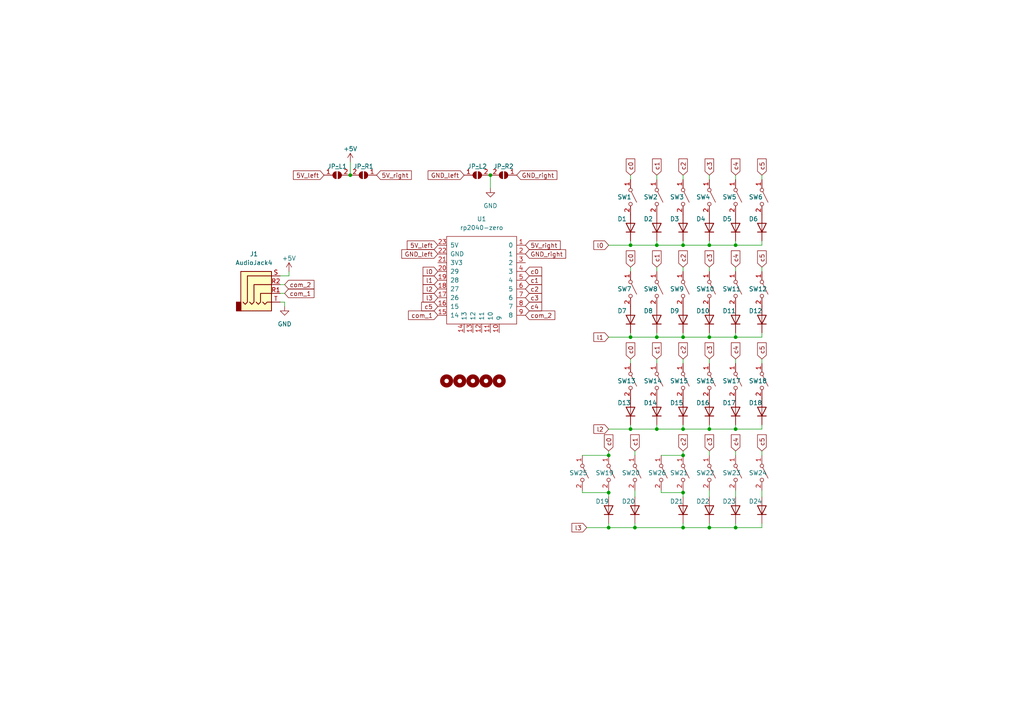
<source format=kicad_sch>
(kicad_sch (version 20230121) (generator eeschema)
  (paper "A4")
  (lib_symbols
    (symbol "Connector_Audio:AudioJack4"
      (property "Reference" "J" (at 0 8.89 0))
      (property "Value" "AudioJack4" (at 0 6.35 0))
      (symbol "AudioJack4_0_1"
        (rectangle (start -6.35 -5.08) (end -7.62 -7.62) (stroke (width 0.254)) (fill (type outline)))
        (polyline (pts (xy 0 -5.08) (xy 0.635 -5.715) (xy 1.27 -5.08) (xy 2.54 -5.08)) (stroke (width 0.254)))
        (polyline (pts (xy -5.715 -5.08) (xy -5.08 -5.715) (xy -4.445 -5.08) (xy -4.445 2.54) (xy 2.54 2.54)) (stroke (width 0.254)))
        (polyline (pts (xy -1.905 -5.08) (xy -1.27 -5.715) (xy -0.635 -5.08) (xy -0.635 -2.54) (xy 2.54 -2.54)) (stroke (width 0.254)))
        (polyline (pts (xy 2.54 0) (xy -2.54 0) (xy -2.54 -5.08) (xy -3.175 -5.715) (xy -3.81 -5.08)) (stroke (width 0.254)))
        (rectangle (start 2.54 3.81) (end -6.35 -7.62) (stroke (width 0.254)) (fill (type background)))
      )
      (symbol "AudioJack4_1_1"
        (pin passive line (at 5.08 -2.54 180) (length 2.54) (name "~") (number "R1"))
        (pin passive line (at 5.08 0 180) (length 2.54) (name "~") (number "R2"))
        (pin passive line (at 5.08 2.54 180) (length 2.54) (name "~") (number "S"))
        (pin passive line (at 5.08 -5.08 180) (length 2.54) (name "~") (number "T"))
      )
    )
    (symbol "Diode:1N4148" (pin_numbers hide) (pin_names hide)
      (property "Reference" "D" (at 0 2.54 0))
      (property "Value" "1N4148" (at 0 -2.54 0))
      (symbol "1N4148_0_1"
        (polyline (pts (xy -1.27 1.27) (xy -1.27 -1.27)) (stroke (width 0.254)))
        (polyline (pts (xy 1.27 0) (xy -1.27 0)))
        (polyline (pts (xy 1.27 1.27) (xy 1.27 -1.27) (xy -1.27 0) (xy 1.27 1.27)) (stroke (width 0.254)))
      )
      (symbol "1N4148_1_1"
        (pin passive line (at -3.81 0 0) (length 2.54) (name "K") (number "1"))
        (pin passive line (at 3.81 0 180) (length 2.54) (name "A") (number "2"))
      )
    )
    (symbol "Jumper:SolderJumper_2_Open" (pin_names (offset 0) hide)
      (property "Reference" "JP" (at 0 2.032 0))
      (property "Value" "SolderJumper_2_Open" (at 0 -2.54 0))
      (symbol "SolderJumper_2_Open_0_1"
        (arc (start -0.254 1.016) (mid -1.2656 0) (end -0.254 -1.016))
        (arc (start -0.254 1.016) (mid -1.2656 0) (end -0.254 -1.016) (fill (type outline)))
        (polyline (pts (xy -0.254 1.016) (xy -0.254 -1.016)))
        (polyline (pts (xy 0.254 1.016) (xy 0.254 -1.016)))
        (arc (start 0.254 -1.016) (mid 1.2656 0) (end 0.254 1.016))
        (arc (start 0.254 -1.016) (mid 1.2656 0) (end 0.254 1.016) (fill (type outline)))
      )
      (symbol "SolderJumper_2_Open_1_1"
        (pin passive line (at -3.81 0 0) (length 2.54) (name "A") (number "1"))
        (pin passive line (at 3.81 0 180) (length 2.54) (name "B") (number "2"))
      )
    )
    (symbol "Mechanical:MountingHole" (pin_names (offset 1.016))
      (property "Reference" "H" (at 0 5.08 0))
      (property "Value" "MountingHole" (at 0 3.175 0))
      (symbol "MountingHole_0_1"
        (circle (center 0 0) (radius 1.27) (stroke (width 1.27)))
      )
    )
    (symbol "Switch:SW_SPST" (pin_names (offset 0) hide)
      (property "Reference" "SW" (at 0 3.175 0))
      (property "Value" "SW_SPST" (at 0 -2.54 0))
      (symbol "SW_SPST_0_0"
        (circle (center -2.032 0) (radius 0.508))
        (polyline (pts (xy -1.524 0.254) (xy 1.524 1.778)))
        (circle (center 2.032 0) (radius 0.508))
      )
      (symbol "SW_SPST_1_1"
        (pin passive line (at -5.08 0 0) (length 2.54) (name "A") (number "1"))
        (pin passive line (at 5.08 0 180) (length 2.54) (name "B") (number "2"))
      )
    )
    (symbol "mcu:rp2040-zero" (pin_names (offset 1.016))
      (property "Reference" "U" (at 0 15.24 0))
      (property "Value" "rp2040-zero" (at 0 12.7 0))
      (symbol "rp2040-zero_0_1"
        (rectangle (start -10.16 11.43) (end 10.16 -13.97))
      )
      (symbol "rp2040-zero_1_1"
        (pin bidirectional line (at 12.7 8.89 180) (length 2.54) (name "0") (number "1"))
        (pin bidirectional line (at 5.08 -16.51 90) (length 2.54) (name "9") (number "10"))
        (pin bidirectional line (at 2.54 -16.51 90) (length 2.54) (name "10") (number "11"))
        (pin bidirectional line (at 0 -16.51 90) (length 2.54) (name "11") (number "12"))
        (pin bidirectional line (at -2.54 -16.51 90) (length 2.54) (name "12") (number "13"))
        (pin bidirectional line (at -5.08 -16.51 90) (length 2.54) (name "13") (number "14"))
        (pin bidirectional line (at -12.7 -11.43 0) (length 2.54) (name "14") (number "15"))
        (pin bidirectional line (at -12.7 -8.89 0) (length 2.54) (name "15") (number "16"))
        (pin bidirectional line (at -12.7 -6.35 0) (length 2.54) (name "26") (number "17"))
        (pin bidirectional line (at -12.7 -3.81 0) (length 2.54) (name "27") (number "18"))
        (pin bidirectional line (at -12.7 -1.27 0) (length 2.54) (name "28") (number "19"))
        (pin bidirectional line (at 12.7 6.35 180) (length 2.54) (name "1") (number "2"))
        (pin bidirectional line (at -12.7 1.27 0) (length 2.54) (name "29") (number "20"))
        (pin power_out line (at -12.7 3.81 0) (length 2.54) (name "3V3") (number "21"))
        (pin power_out line (at -12.7 6.35 0) (length 2.54) (name "GND") (number "22"))
        (pin power_out line (at -12.7 8.89 0) (length 2.54) (name "5V") (number "23"))
        (pin bidirectional line (at 12.7 3.81 180) (length 2.54) (name "2") (number "3"))
        (pin bidirectional line (at 12.7 1.27 180) (length 2.54) (name "3") (number "4"))
        (pin bidirectional line (at 12.7 -1.27 180) (length 2.54) (name "4") (number "5"))
        (pin bidirectional line (at 12.7 -3.81 180) (length 2.54) (name "5") (number "6"))
        (pin bidirectional line (at 12.7 -6.35 180) (length 2.54) (name "6") (number "7"))
        (pin bidirectional line (at 12.7 -8.89 180) (length 2.54) (name "7") (number "8"))
        (pin bidirectional line (at 12.7 -11.43 180) (length 2.54) (name "8") (number "9"))
      )
    )
    (symbol "power:+5V" (power) (pin_names (offset 0))
      (property "Value" "+5V" (at 0 3.556 0))
      (symbol "+5V_0_1"
        (polyline (pts (xy -0.762 1.27) (xy 0 2.54)))
        (polyline (pts (xy 0 0) (xy 0 2.54)))
        (polyline (pts (xy 0 2.54) (xy 0.762 1.27)))
      )
      (symbol "+5V_1_1"
        (pin power_in line (at 0 0 90) (length 0) hide (name "+5V") (number "1"))
      )
    )
    (symbol "power:GND" (power) (pin_names (offset 0))
      (property "Value" "GND" (at 0 -3.81 0))
      (symbol "GND_0_1"
        (polyline (pts (xy 0 0) (xy 0 -1.27) (xy 1.27 -1.27) (xy 0 -2.54) (xy -1.27 -1.27) (xy 0 -1.27)))
      )
      (symbol "GND_1_1"
        (pin power_in line (at 0 0 270) (length 0) hide (name "GND") (number "1"))
      )
    )
  )
  (junction (at 198.12 71.12))
  (junction (at 142.24 50.8))
  (junction (at 213.36 153.035))
  (junction (at 190.5 124.46))
  (junction (at 198.12 97.79))
  (junction (at 176.53 142.875))
  (junction (at 176.53 153.035))
  (junction (at 184.15 153.035))
  (junction (at 213.36 124.46))
  (junction (at 190.5 71.12))
  (junction (at 213.36 97.79))
  (junction (at 198.12 132.08))
  (junction (at 198.12 142.875))
  (junction (at 182.88 124.46))
  (junction (at 205.74 97.79))
  (junction (at 198.12 124.46))
  (junction (at 205.74 71.12))
  (junction (at 101.6 50.8))
  (junction (at 205.74 153.035))
  (junction (at 205.74 124.46))
  (junction (at 213.36 71.12))
  (junction (at 182.88 97.79))
  (junction (at 190.5 97.79))
  (junction (at 176.53 132.08))
  (junction (at 198.12 153.035))
  (junction (at 182.88 71.12))
  (wire (pts (xy 205.74 71.12) (xy 213.36 71.12)))
  (wire (pts (xy 220.98 77.47) (xy 220.98 78.74)))
  (wire (pts (xy 198.12 50.8) (xy 198.12 52.07)))
  (wire (pts (xy 176.53 153.035) (xy 184.15 153.035)))
  (wire (pts (xy 205.74 124.46) (xy 213.36 124.46)))
  (wire (pts (xy 213.36 151.765) (xy 213.36 153.035)))
  (wire (pts (xy 182.88 97.79) (xy 190.5 97.79)))
  (wire (pts (xy 198.12 69.85) (xy 198.12 71.12)))
  (wire (pts (xy 83.82 80.01) (xy 81.28 80.01)))
  (wire (pts (xy 198.12 130.81) (xy 198.12 132.08)))
  (wire (pts (xy 220.98 50.8) (xy 220.98 52.07)))
  (wire (pts (xy 182.88 69.85) (xy 182.88 71.12)))
  (wire (pts (xy 101.6 46.99) (xy 101.6 50.8)))
  (wire (pts (xy 205.74 50.8) (xy 205.74 52.07)))
  (wire (pts (xy 220.98 151.765) (xy 220.98 153.035)))
  (wire (pts (xy 190.5 97.79) (xy 198.12 97.79)))
  (wire (pts (xy 213.36 96.52) (xy 213.36 97.79)))
  (wire (pts (xy 168.91 132.08) (xy 176.53 132.08)))
  (wire (pts (xy 205.74 69.85) (xy 205.74 71.12)))
  (wire (pts (xy 205.74 153.035) (xy 213.36 153.035)))
  (wire (pts (xy 198.12 123.19) (xy 198.12 124.46)))
  (wire (pts (xy 190.5 77.47) (xy 190.5 78.74)))
  (wire (pts (xy 182.88 96.52) (xy 182.88 97.79)))
  (wire (pts (xy 176.53 124.46) (xy 182.88 124.46)))
  (wire (pts (xy 213.36 130.81) (xy 213.36 132.08)))
  (wire (pts (xy 213.36 77.47) (xy 213.36 78.74)))
  (wire (pts (xy 182.88 123.19) (xy 182.88 124.46)))
  (wire (pts (xy 205.74 151.765) (xy 205.74 153.035)))
  (wire (pts (xy 213.36 104.14) (xy 213.36 105.41)))
  (wire (pts (xy 176.53 97.79) (xy 182.88 97.79)))
  (wire (pts (xy 213.36 124.46) (xy 220.98 124.46)))
  (wire (pts (xy 191.77 132.08) (xy 198.12 132.08)))
  (wire (pts (xy 182.88 71.12) (xy 190.5 71.12)))
  (wire (pts (xy 198.12 144.145) (xy 198.12 142.875)))
  (wire (pts (xy 205.74 104.14) (xy 205.74 105.41)))
  (wire (pts (xy 190.5 69.85) (xy 190.5 71.12)))
  (wire (pts (xy 213.36 71.12) (xy 220.98 71.12)))
  (wire (pts (xy 81.28 87.63) (xy 82.55 87.63)))
  (wire (pts (xy 182.88 77.47) (xy 182.88 78.74)))
  (wire (pts (xy 184.15 144.145) (xy 184.15 142.24)))
  (wire (pts (xy 168.91 142.875) (xy 176.53 142.875)))
  (wire (pts (xy 176.53 144.145) (xy 176.53 142.875)))
  (wire (pts (xy 184.15 151.765) (xy 184.15 153.035)))
  (wire (pts (xy 198.12 71.12) (xy 205.74 71.12)))
  (wire (pts (xy 205.74 97.79) (xy 213.36 97.79)))
  (wire (pts (xy 190.5 96.52) (xy 190.5 97.79)))
  (wire (pts (xy 198.12 153.035) (xy 205.74 153.035)))
  (wire (pts (xy 213.36 153.035) (xy 220.98 153.035)))
  (wire (pts (xy 198.12 97.79) (xy 205.74 97.79)))
  (wire (pts (xy 83.82 78.74) (xy 83.82 80.01)))
  (wire (pts (xy 184.15 153.035) (xy 198.12 153.035)))
  (wire (pts (xy 198.12 104.14) (xy 198.12 105.41)))
  (wire (pts (xy 170.18 153.035) (xy 176.53 153.035)))
  (wire (pts (xy 213.36 50.8) (xy 213.36 52.07)))
  (wire (pts (xy 190.5 123.19) (xy 190.5 124.46)))
  (wire (pts (xy 176.53 130.81) (xy 176.53 132.08)))
  (wire (pts (xy 205.74 77.47) (xy 205.74 78.74)))
  (wire (pts (xy 220.98 130.81) (xy 220.98 132.08)))
  (wire (pts (xy 182.88 124.46) (xy 190.5 124.46)))
  (wire (pts (xy 220.98 96.52) (xy 220.98 97.79)))
  (wire (pts (xy 220.98 69.85) (xy 220.98 71.12)))
  (wire (pts (xy 213.36 69.85) (xy 213.36 71.12)))
  (wire (pts (xy 191.77 142.875) (xy 198.12 142.875)))
  (wire (pts (xy 142.24 50.8) (xy 142.24 54.61)))
  (wire (pts (xy 182.88 104.14) (xy 182.88 105.41)))
  (wire (pts (xy 213.36 123.19) (xy 213.36 124.46)))
  (wire (pts (xy 220.98 144.145) (xy 220.98 142.24)))
  (wire (pts (xy 198.12 151.765) (xy 198.12 153.035)))
  (wire (pts (xy 176.53 142.875) (xy 176.53 142.24)))
  (wire (pts (xy 190.5 50.8) (xy 190.5 52.07)))
  (wire (pts (xy 198.12 124.46) (xy 205.74 124.46)))
  (wire (pts (xy 220.98 104.14) (xy 220.98 105.41)))
  (wire (pts (xy 220.98 123.19) (xy 220.98 124.46)))
  (wire (pts (xy 198.12 142.875) (xy 198.12 142.24)))
  (wire (pts (xy 168.91 142.24) (xy 168.91 142.875)))
  (wire (pts (xy 191.77 142.24) (xy 191.77 142.875)))
  (wire (pts (xy 205.74 96.52) (xy 205.74 97.79)))
  (wire (pts (xy 82.55 87.63) (xy 82.55 88.9)))
  (wire (pts (xy 190.5 71.12) (xy 198.12 71.12)))
  (wire (pts (xy 213.36 97.79) (xy 220.98 97.79)))
  (wire (pts (xy 182.88 50.8) (xy 182.88 52.07)))
  (wire (pts (xy 205.74 130.81) (xy 205.74 132.08)))
  (wire (pts (xy 190.5 104.14) (xy 190.5 105.41)))
  (wire (pts (xy 81.28 82.55) (xy 82.55 82.55)))
  (wire (pts (xy 213.36 144.145) (xy 213.36 142.24)))
  (wire (pts (xy 81.28 85.09) (xy 82.55 85.09)))
  (wire (pts (xy 198.12 96.52) (xy 198.12 97.79)))
  (wire (pts (xy 184.15 130.81) (xy 184.15 132.08)))
  (wire (pts (xy 176.53 71.12) (xy 182.88 71.12)))
  (wire (pts (xy 190.5 124.46) (xy 198.12 124.46)))
  (wire (pts (xy 205.74 144.145) (xy 205.74 142.24)))
  (wire (pts (xy 198.12 77.47) (xy 198.12 78.74)))
  (wire (pts (xy 205.74 123.19) (xy 205.74 124.46)))
  (wire (pts (xy 176.53 151.765) (xy 176.53 153.035)))
  (global_label "c4" (shape input) (at 213.36 50.8 90) (property "Intersheetrefs" "${INTERSHEET_REFS}" (effects hide)))
  (global_label "l2" (shape input) (at 176.53 124.46 180) (property "Intersheetrefs" "${INTERSHEET_REFS}" (effects hide)))
  (global_label "c5" (shape input) (at 220.98 50.8 90) (property "Intersheetrefs" "${INTERSHEET_REFS}" (effects hide)))
  (global_label "c0" (shape input) (at 176.53 130.81 90) (property "Intersheetrefs" "${INTERSHEET_REFS}" (effects hide)))
  (global_label "c4" (shape input) (at 213.36 104.14 90) (property "Intersheetrefs" "${INTERSHEET_REFS}" (effects hide)))
  (global_label "c0" (shape input) (at 182.88 50.8 90) (property "Intersheetrefs" "${INTERSHEET_REFS}" (effects hide)))
  (global_label "com_1" (shape input) (at 82.55 85.09 0) (property "Intersheetrefs" "${INTERSHEET_REFS}" (effects hide)))
  (global_label "c3" (shape input) (at 205.74 77.47 90) (property "Intersheetrefs" "${INTERSHEET_REFS}" (effects hide)))
  (global_label "com_2" (shape input) (at 152.4 91.44 0) (property "Intersheetrefs" "${INTERSHEET_REFS}" (effects hide)))
  (global_label "c2" (shape input) (at 198.12 130.81 90) (property "Intersheetrefs" "${INTERSHEET_REFS}" (effects hide)))
  (global_label "l1" (shape input) (at 176.53 97.79 180) (property "Intersheetrefs" "${INTERSHEET_REFS}" (effects hide)))
  (global_label "GND_right" (shape input) (at 149.86 50.8 0) (property "Intersheetrefs" "${INTERSHEET_REFS}" (effects hide)))
  (global_label "l1" (shape input) (at 127 81.28 180) (property "Intersheetrefs" "${INTERSHEET_REFS}" (effects hide)))
  (global_label "5V_left" (shape input) (at 127 71.12 180) (property "Intersheetrefs" "${INTERSHEET_REFS}" (effects hide)))
  (global_label "c1" (shape input) (at 184.15 130.81 90) (property "Intersheetrefs" "${INTERSHEET_REFS}" (effects hide)))
  (global_label "c2" (shape input) (at 198.12 50.8 90) (property "Intersheetrefs" "${INTERSHEET_REFS}" (effects hide)))
  (global_label "c5" (shape input) (at 220.98 104.14 90) (property "Intersheetrefs" "${INTERSHEET_REFS}" (effects hide)))
  (global_label "5V_right" (shape input) (at 109.22 50.8 0) (property "Intersheetrefs" "${INTERSHEET_REFS}" (effects hide)))
  (global_label "l0" (shape input) (at 127 78.74 180) (property "Intersheetrefs" "${INTERSHEET_REFS}" (effects hide)))
  (global_label "GND_left" (shape input) (at 127 73.66 180) (property "Intersheetrefs" "${INTERSHEET_REFS}" (effects hide)))
  (global_label "c5" (shape input) (at 127 88.9 180) (property "Intersheetrefs" "${INTERSHEET_REFS}" (effects hide)))
  (global_label "c2" (shape input) (at 198.12 104.14 90) (property "Intersheetrefs" "${INTERSHEET_REFS}" (effects hide)))
  (global_label "c4" (shape input) (at 213.36 130.81 90) (property "Intersheetrefs" "${INTERSHEET_REFS}" (effects hide)))
  (global_label "c2" (shape input) (at 198.12 77.47 90) (property "Intersheetrefs" "${INTERSHEET_REFS}" (effects hide)))
  (global_label "c0" (shape input) (at 182.88 104.14 90) (property "Intersheetrefs" "${INTERSHEET_REFS}" (effects hide)))
  (global_label "GND_right" (shape input) (at 152.4 73.66 0) (property "Intersheetrefs" "${INTERSHEET_REFS}" (effects hide)))
  (global_label "c1" (shape input) (at 190.5 104.14 90) (property "Intersheetrefs" "${INTERSHEET_REFS}" (effects hide)))
  (global_label "l3" (shape input) (at 127 86.36 180) (property "Intersheetrefs" "${INTERSHEET_REFS}" (effects hide)))
  (global_label "l3" (shape input) (at 170.18 153.035 180) (property "Intersheetrefs" "${INTERSHEET_REFS}" (effects hide)))
  (global_label "c4" (shape input) (at 213.36 77.47 90) (property "Intersheetrefs" "${INTERSHEET_REFS}" (effects hide)))
  (global_label "5V_right" (shape input) (at 152.4 71.12 0) (property "Intersheetrefs" "${INTERSHEET_REFS}" (effects hide)))
  (global_label "com_2" (shape input) (at 82.55 82.55 0) (property "Intersheetrefs" "${INTERSHEET_REFS}" (effects hide)))
  (global_label "l2" (shape input) (at 127 83.82 180) (property "Intersheetrefs" "${INTERSHEET_REFS}" (effects hide)))
  (global_label "c0" (shape input) (at 152.4 78.74 0) (property "Intersheetrefs" "${INTERSHEET_REFS}" (effects hide)))
  (global_label "c2" (shape input) (at 152.4 83.82 0) (property "Intersheetrefs" "${INTERSHEET_REFS}" (effects hide)))
  (global_label "c3" (shape input) (at 205.74 104.14 90) (property "Intersheetrefs" "${INTERSHEET_REFS}" (effects hide)))
  (global_label "c1" (shape input) (at 190.5 77.47 90) (property "Intersheetrefs" "${INTERSHEET_REFS}" (effects hide)))
  (global_label "c1" (shape input) (at 190.5 50.8 90) (property "Intersheetrefs" "${INTERSHEET_REFS}" (effects hide)))
  (global_label "l0" (shape input) (at 176.53 71.12 180) (property "Intersheetrefs" "${INTERSHEET_REFS}" (effects hide)))
  (global_label "5V_left" (shape input) (at 93.98 50.8 180) (property "Intersheetrefs" "${INTERSHEET_REFS}" (effects hide)))
  (global_label "c1" (shape input) (at 152.4 81.28 0) (property "Intersheetrefs" "${INTERSHEET_REFS}" (effects hide)))
  (global_label "com_1" (shape input) (at 127 91.44 180) (property "Intersheetrefs" "${INTERSHEET_REFS}" (effects hide)))
  (global_label "c3" (shape input) (at 205.74 130.81 90) (property "Intersheetrefs" "${INTERSHEET_REFS}" (effects hide)))
  (global_label "c3" (shape input) (at 152.4 86.36 0) (property "Intersheetrefs" "${INTERSHEET_REFS}" (effects hide)))
  (global_label "c5" (shape input) (at 220.98 130.81 90) (property "Intersheetrefs" "${INTERSHEET_REFS}" (effects hide)))
  (global_label "c5" (shape input) (at 220.98 77.47 90) (property "Intersheetrefs" "${INTERSHEET_REFS}" (effects hide)))
  (global_label "c0" (shape input) (at 182.88 77.47 90) (property "Intersheetrefs" "${INTERSHEET_REFS}" (effects hide)))
  (global_label "c3" (shape input) (at 205.74 50.8 90) (property "Intersheetrefs" "${INTERSHEET_REFS}" (effects hide)))
  (global_label "GND_left" (shape input) (at 134.62 50.8 180) (property "Intersheetrefs" "${INTERSHEET_REFS}" (effects hide)))
  (global_label "c4" (shape input) (at 152.4 88.9 0) (property "Intersheetrefs" "${INTERSHEET_REFS}" (effects hide)))
  (symbol (lib_id "power:+5V") (at 101.6 46.99 0) (unit 1)
    (property "Reference" "#PWR01" (effects hide))
    (property "Value" "+5V" (at 101.6 43.18 0))
  )
  (symbol (lib_id "Switch:SW_SPST") (at 220.98 57.15 270) (unit 1)
    (property "Reference" "SW6" (at 217.17 57.15 90) (effects (justify left)))
    (property "Value" "SW_SPST" (effects hide))
    (property "Footprint" "lib:SW_MX_reversible" (effects hide))
  )
  (symbol (lib_id "Diode:1N4148") (at 205.74 119.38 90) (unit 1)
    (property "Reference" "D16" (at 201.93 116.84 90) (effects (justify right)))
    (property "Value" "1N4148" (effects hide))
    (property "Footprint" "Diode_THT:D_DO-35_SOD27_P7.62mm_Horizontal" (effects hide))
    (property "Datasheet" "https://assets.nexperia.com/documents/data-sheet/1N4148_1N4448.pdf" (effects hide))
    (property "Sim.Device" "D" (effects hide))
    (property "Sim.Pins" "1=K 2=A" (effects hide))
  )
  (symbol (lib_id "Jumper:SolderJumper_2_Open") (at 138.43 50.8 0) (unit 1)
    (property "Reference" "JP_L2" (at 138.43 48.26 0))
    (property "Value" "~" (at 138.43 48.26 0))
    (property "Footprint" "lib:SolderJumper-2_P1.3mm_Open_RoundedPad1.0x1.5mm" (effects hide))
  )
  (symbol (lib_id "Jumper:SolderJumper_2_Open") (at 146.05 50.8 0) (mirror y) (unit 1)
    (property "Reference" "JP_R2" (at 146.05 48.26 0))
    (property "Value" "~" (at 146.05 48.26 0))
    (property "Footprint" "lib:SolderJumper-2_P1.3mm_Open_RoundedPad1.0x1.5mm" (effects hide))
  )
  (symbol (lib_id "Diode:1N4148") (at 182.88 119.38 90) (unit 1)
    (property "Reference" "D13" (at 179.07 116.84 90) (effects (justify right)))
    (property "Value" "1N4148" (effects hide))
    (property "Footprint" "Diode_THT:D_DO-35_SOD27_P7.62mm_Horizontal" (effects hide))
    (property "Datasheet" "https://assets.nexperia.com/documents/data-sheet/1N4148_1N4448.pdf" (effects hide))
    (property "Sim.Device" "D" (effects hide))
    (property "Sim.Pins" "1=K 2=A" (effects hide))
  )
  (symbol (lib_id "Switch:SW_SPST") (at 205.74 137.16 270) (unit 1)
    (property "Reference" "SW22" (at 201.93 137.16 90) (effects (justify left)))
    (property "Value" "SW_SPST" (effects hide))
    (property "Footprint" "lib:SW_MX_reversible" (effects hide))
  )
  (symbol (lib_id "Switch:SW_SPST") (at 198.12 137.16 270) (unit 1)
    (property "Reference" "SW21" (at 194.31 137.16 90) (effects (justify left)))
    (property "Value" "SW_SPST" (effects hide))
    (property "Footprint" "lib:SW_MX_reversible_2" (effects hide))
  )
  (symbol (lib_id "power:GND") (at 142.24 54.61 0) (unit 1)
    (property "Reference" "#PWR02" (effects hide))
    (property "Value" "GND" (at 142.24 59.69 0))
  )
  (symbol (lib_id "Switch:SW_SPST") (at 213.36 110.49 270) (unit 1)
    (property "Reference" "SW17" (at 209.55 110.49 90) (effects (justify left)))
    (property "Value" "SW_SPST" (effects hide))
    (property "Footprint" "lib:SW_MX_reversible" (effects hide))
  )
  (symbol (lib_id "Switch:SW_SPST") (at 182.88 110.49 270) (unit 1)
    (property "Reference" "SW13" (at 179.07 110.49 90) (effects (justify left)))
    (property "Value" "SW_SPST" (effects hide))
    (property "Footprint" "lib:SW_MX_reversible" (effects hide))
  )
  (symbol (lib_id "Switch:SW_SPST") (at 184.15 137.16 270) (unit 1)
    (property "Reference" "SW20" (at 180.34 137.16 90) (effects (justify left)))
    (property "Value" "SW_SPST" (effects hide))
    (property "Footprint" "lib:SW_MX_reversible" (effects hide))
  )
  (symbol (lib_id "Switch:SW_SPST") (at 220.98 110.49 270) (unit 1)
    (property "Reference" "SW18" (at 217.17 110.49 90) (effects (justify left)))
    (property "Value" "SW_SPST" (effects hide))
    (property "Footprint" "lib:SW_MX_reversible" (effects hide))
  )
  (symbol (lib_id "Mechanical:MountingHole") (at 140.97 110.49 0) (unit 1)
    (property "Reference" "H4" (effects hide))
    (property "Value" "MountingHole" (effects hide))
    (property "Footprint" "MountingHole:MountingHole_2.2mm_M2" (effects hide))
  )
  (symbol (lib_id "Diode:1N4148") (at 182.88 66.04 90) (unit 1)
    (property "Reference" "D1" (at 179.07 63.5 90) (effects (justify right)))
    (property "Value" "1N4148" (effects hide))
    (property "Footprint" "Diode_THT:D_DO-35_SOD27_P7.62mm_Horizontal" (effects hide))
    (property "Datasheet" "https://assets.nexperia.com/documents/data-sheet/1N4148_1N4448.pdf" (effects hide))
    (property "Sim.Device" "D" (effects hide))
    (property "Sim.Pins" "1=K 2=A" (effects hide))
  )
  (symbol (lib_id "Switch:SW_SPST") (at 205.74 110.49 270) (unit 1)
    (property "Reference" "SW16" (at 201.93 110.49 90) (effects (justify left)))
    (property "Value" "SW_SPST" (effects hide))
    (property "Footprint" "lib:SW_MX_reversible" (effects hide))
  )
  (symbol (lib_id "Connector_Audio:AudioJack4") (at 76.2 82.55 0) (unit 1)
    (property "Reference" "J1" (at 73.66 73.66 0))
    (property "Value" "AudioJack4" (at 73.66 76.2 0))
    (property "Footprint" "lib:TRRS-PJ-320A_reversible_2" (effects hide))
  )
  (symbol (lib_id "Switch:SW_SPST") (at 182.88 83.82 270) (unit 1)
    (property "Reference" "SW7" (at 179.07 83.82 90) (effects (justify left)))
    (property "Value" "SW_SPST" (effects hide))
    (property "Footprint" "lib:SW_MX_reversible" (effects hide))
  )
  (symbol (lib_id "Diode:1N4148") (at 198.12 66.04 90) (unit 1)
    (property "Reference" "D3" (at 194.31 63.5 90) (effects (justify right)))
    (property "Value" "1N4148" (effects hide))
    (property "Footprint" "Diode_THT:D_DO-35_SOD27_P7.62mm_Horizontal" (effects hide))
    (property "Datasheet" "https://assets.nexperia.com/documents/data-sheet/1N4148_1N4448.pdf" (effects hide))
    (property "Sim.Device" "D" (effects hide))
    (property "Sim.Pins" "1=K 2=A" (effects hide))
  )
  (symbol (lib_id "Diode:1N4148") (at 220.98 119.38 90) (unit 1)
    (property "Reference" "D18" (at 217.17 116.84 90) (effects (justify right)))
    (property "Value" "1N4148" (effects hide))
    (property "Footprint" "Diode_THT:D_DO-35_SOD27_P7.62mm_Horizontal" (effects hide))
    (property "Datasheet" "https://assets.nexperia.com/documents/data-sheet/1N4148_1N4448.pdf" (effects hide))
    (property "Sim.Device" "D" (effects hide))
    (property "Sim.Pins" "1=K 2=A" (effects hide))
  )
  (symbol (lib_id "Switch:SW_SPST") (at 198.12 57.15 270) (unit 1)
    (property "Reference" "SW3" (at 194.31 57.15 90) (effects (justify left)))
    (property "Value" "SW_SPST" (effects hide))
    (property "Footprint" "lib:SW_MX_reversible" (effects hide))
  )
  (symbol (lib_id "Diode:1N4148") (at 182.88 92.71 90) (unit 1)
    (property "Reference" "D7" (at 179.07 90.17 90) (effects (justify right)))
    (property "Value" "1N4148" (effects hide))
    (property "Footprint" "Diode_THT:D_DO-35_SOD27_P7.62mm_Horizontal" (effects hide))
    (property "Datasheet" "https://assets.nexperia.com/documents/data-sheet/1N4148_1N4448.pdf" (effects hide))
    (property "Sim.Device" "D" (effects hide))
    (property "Sim.Pins" "1=K 2=A" (effects hide))
  )
  (symbol (lib_id "Mechanical:MountingHole") (at 144.78 110.49 0) (unit 1)
    (property "Reference" "H5" (effects hide))
    (property "Value" "MountingHole" (effects hide))
    (property "Footprint" "MountingHole:MountingHole_2.2mm_M2" (effects hide))
  )
  (symbol (lib_id "Diode:1N4148") (at 190.5 66.04 90) (unit 1)
    (property "Reference" "D2" (at 186.69 63.5 90) (effects (justify right)))
    (property "Value" "1N4148" (effects hide))
    (property "Footprint" "Diode_THT:D_DO-35_SOD27_P7.62mm_Horizontal" (effects hide))
    (property "Datasheet" "https://assets.nexperia.com/documents/data-sheet/1N4148_1N4448.pdf" (effects hide))
    (property "Sim.Device" "D" (effects hide))
    (property "Sim.Pins" "1=K 2=A" (effects hide))
  )
  (symbol (lib_id "Switch:SW_SPST") (at 190.5 110.49 270) (unit 1)
    (property "Reference" "SW14" (at 186.69 110.49 90) (effects (justify left)))
    (property "Value" "SW_SPST" (effects hide))
    (property "Footprint" "lib:SW_MX_reversible" (effects hide))
  )
  (symbol (lib_id "Diode:1N4148") (at 213.36 147.955 90) (unit 1)
    (property "Reference" "D23" (at 209.55 145.415 90) (effects (justify right)))
    (property "Value" "1N4148" (effects hide))
    (property "Footprint" "Diode_THT:D_DO-35_SOD27_P7.62mm_Horizontal" (effects hide))
    (property "Datasheet" "https://assets.nexperia.com/documents/data-sheet/1N4148_1N4448.pdf" (effects hide))
    (property "Sim.Device" "D" (effects hide))
    (property "Sim.Pins" "1=K 2=A" (effects hide))
  )
  (symbol (lib_id "Diode:1N4148") (at 198.12 119.38 90) (unit 1)
    (property "Reference" "D15" (at 194.31 116.84 90) (effects (justify right)))
    (property "Value" "1N4148" (effects hide))
    (property "Footprint" "Diode_THT:D_DO-35_SOD27_P7.62mm_Horizontal" (effects hide))
    (property "Datasheet" "https://assets.nexperia.com/documents/data-sheet/1N4148_1N4448.pdf" (effects hide))
    (property "Sim.Device" "D" (effects hide))
    (property "Sim.Pins" "1=K 2=A" (effects hide))
  )
  (symbol (lib_id "Diode:1N4148") (at 198.12 92.71 90) (unit 1)
    (property "Reference" "D9" (at 194.31 90.17 90) (effects (justify right)))
    (property "Value" "1N4148" (effects hide))
    (property "Footprint" "Diode_THT:D_DO-35_SOD27_P7.62mm_Horizontal" (effects hide))
    (property "Datasheet" "https://assets.nexperia.com/documents/data-sheet/1N4148_1N4448.pdf" (effects hide))
    (property "Sim.Device" "D" (effects hide))
    (property "Sim.Pins" "1=K 2=A" (effects hide))
  )
  (symbol (lib_id "Jumper:SolderJumper_2_Open") (at 105.41 50.8 0) (mirror y) (unit 1)
    (property "Reference" "JP_R1" (at 105.41 48.26 0))
    (property "Value" "~" (at 105.41 48.26 0))
    (property "Footprint" "lib:SolderJumper-2_P1.3mm_Open_RoundedPad1.0x1.5mm" (effects hide))
  )
  (symbol (lib_id "Switch:SW_SPST") (at 190.5 57.15 270) (unit 1)
    (property "Reference" "SW2" (at 186.69 57.15 90) (effects (justify left)))
    (property "Value" "SW_SPST" (effects hide))
    (property "Footprint" "lib:SW_MX_reversible" (effects hide))
  )
  (symbol (lib_id "Diode:1N4148") (at 205.74 66.04 90) (unit 1)
    (property "Reference" "D4" (at 201.93 63.5 90) (effects (justify right)))
    (property "Value" "1N4148" (effects hide))
    (property "Footprint" "Diode_THT:D_DO-35_SOD27_P7.62mm_Horizontal" (effects hide))
    (property "Datasheet" "https://assets.nexperia.com/documents/data-sheet/1N4148_1N4448.pdf" (effects hide))
    (property "Sim.Device" "D" (effects hide))
    (property "Sim.Pins" "1=K 2=A" (effects hide))
  )
  (symbol (lib_id "mcu:rp2040-zero") (at 139.7 80.01 0) (unit 1)
    (property "Reference" "U1" (at 139.7 63.5 0))
    (property "Value" "rp2040-zero" (at 139.7 66.04 0))
    (property "Footprint" "_mcu:rp2040-zero-tht" (effects hide))
  )
  (symbol (lib_id "Diode:1N4148") (at 205.74 92.71 90) (unit 1)
    (property "Reference" "D10" (at 201.93 90.17 90) (effects (justify right)))
    (property "Value" "1N4148" (effects hide))
    (property "Footprint" "Diode_THT:D_DO-35_SOD27_P7.62mm_Horizontal" (effects hide))
    (property "Datasheet" "https://assets.nexperia.com/documents/data-sheet/1N4148_1N4448.pdf" (effects hide))
    (property "Sim.Device" "D" (effects hide))
    (property "Sim.Pins" "1=K 2=A" (effects hide))
  )
  (symbol (lib_id "Diode:1N4148") (at 205.74 147.955 90) (unit 1)
    (property "Reference" "D22" (at 201.93 145.415 90) (effects (justify right)))
    (property "Value" "1N4148" (effects hide))
    (property "Footprint" "Diode_THT:D_DO-35_SOD27_P7.62mm_Horizontal" (effects hide))
    (property "Datasheet" "https://assets.nexperia.com/documents/data-sheet/1N4148_1N4448.pdf" (effects hide))
    (property "Sim.Device" "D" (effects hide))
    (property "Sim.Pins" "1=K 2=A" (effects hide))
  )
  (symbol (lib_id "Mechanical:MountingHole") (at 137.16 110.49 0) (unit 1)
    (property "Reference" "H3" (effects hide))
    (property "Value" "MountingHole" (effects hide))
    (property "Footprint" "MountingHole:MountingHole_2.2mm_M2" (effects hide))
  )
  (symbol (lib_id "Mechanical:MountingHole") (at 133.35 110.49 0) (unit 1)
    (property "Reference" "H2" (effects hide))
    (property "Value" "MountingHole" (effects hide))
    (property "Footprint" "MountingHole:MountingHole_2.2mm_M2" (effects hide))
  )
  (symbol (lib_id "Switch:SW_SPST") (at 220.98 83.82 270) (unit 1)
    (property "Reference" "SW12" (at 217.17 83.82 90) (effects (justify left)))
    (property "Value" "SW_SPST" (effects hide))
    (property "Footprint" "lib:SW_MX_reversible" (effects hide))
  )
  (symbol (lib_id "Switch:SW_SPST") (at 168.91 137.16 270) (unit 1)
    (property "Reference" "SW25" (at 165.1 137.16 90) (effects (justify left)))
    (property "Value" "SW_SPST" (effects hide))
    (property "Footprint" "lib:SW_MX_reversible_2" (effects hide))
  )
  (symbol (lib_id "Diode:1N4148") (at 220.98 92.71 90) (unit 1)
    (property "Reference" "D12" (at 217.17 90.17 90) (effects (justify right)))
    (property "Value" "1N4148" (effects hide))
    (property "Footprint" "Diode_THT:D_DO-35_SOD27_P7.62mm_Horizontal" (effects hide))
    (property "Datasheet" "https://assets.nexperia.com/documents/data-sheet/1N4148_1N4448.pdf" (effects hide))
    (property "Sim.Device" "D" (effects hide))
    (property "Sim.Pins" "1=K 2=A" (effects hide))
  )
  (symbol (lib_id "Switch:SW_SPST") (at 213.36 137.16 270) (unit 1)
    (property "Reference" "SW23" (at 209.55 137.16 90) (effects (justify left)))
    (property "Value" "SW_SPST" (effects hide))
    (property "Footprint" "lib:SW_MX_reversible" (effects hide))
  )
  (symbol (lib_id "Mechanical:MountingHole") (at 129.54 110.49 0) (unit 1)
    (property "Reference" "H1" (effects hide))
    (property "Value" "MountingHole" (effects hide))
    (property "Footprint" "MountingHole:MountingHole_2.2mm_M2" (effects hide))
  )
  (symbol (lib_id "Switch:SW_SPST") (at 205.74 83.82 270) (unit 1)
    (property "Reference" "SW10" (at 201.93 83.82 90) (effects (justify left)))
    (property "Value" "SW_SPST" (effects hide))
    (property "Footprint" "lib:SW_MX_reversible" (effects hide))
  )
  (symbol (lib_id "Diode:1N4148") (at 190.5 92.71 90) (unit 1)
    (property "Reference" "D8" (at 186.69 90.17 90) (effects (justify right)))
    (property "Value" "1N4148" (effects hide))
    (property "Footprint" "Diode_THT:D_DO-35_SOD27_P7.62mm_Horizontal" (effects hide))
    (property "Datasheet" "https://assets.nexperia.com/documents/data-sheet/1N4148_1N4448.pdf" (effects hide))
    (property "Sim.Device" "D" (effects hide))
    (property "Sim.Pins" "1=K 2=A" (effects hide))
  )
  (symbol (lib_id "Diode:1N4148") (at 184.15 147.955 90) (unit 1)
    (property "Reference" "D20" (at 180.34 145.415 90) (effects (justify right)))
    (property "Value" "1N4148" (effects hide))
    (property "Footprint" "Diode_THT:D_DO-35_SOD27_P7.62mm_Horizontal" (effects hide))
    (property "Datasheet" "https://assets.nexperia.com/documents/data-sheet/1N4148_1N4448.pdf" (effects hide))
    (property "Sim.Device" "D" (effects hide))
    (property "Sim.Pins" "1=K 2=A" (effects hide))
  )
  (symbol (lib_id "Switch:SW_SPST") (at 190.5 83.82 270) (unit 1)
    (property "Reference" "SW8" (at 186.69 83.82 90) (effects (justify left)))
    (property "Value" "SW_SPST" (effects hide))
    (property "Footprint" "lib:SW_MX_reversible" (effects hide))
  )
  (symbol (lib_id "Diode:1N4148") (at 190.5 119.38 90) (unit 1)
    (property "Reference" "D14" (at 186.69 116.84 90) (effects (justify right)))
    (property "Value" "1N4148" (effects hide))
    (property "Footprint" "Diode_THT:D_DO-35_SOD27_P7.62mm_Horizontal" (effects hide))
    (property "Datasheet" "https://assets.nexperia.com/documents/data-sheet/1N4148_1N4448.pdf" (effects hide))
    (property "Sim.Device" "D" (effects hide))
    (property "Sim.Pins" "1=K 2=A" (effects hide))
  )
  (symbol (lib_id "Switch:SW_SPST") (at 198.12 83.82 270) (unit 1)
    (property "Reference" "SW9" (at 194.31 83.82 90) (effects (justify left)))
    (property "Value" "SW_SPST" (effects hide))
    (property "Footprint" "lib:SW_MX_reversible" (effects hide))
  )
  (symbol (lib_id "Switch:SW_SPST") (at 213.36 83.82 270) (unit 1)
    (property "Reference" "SW11" (at 209.55 83.82 90) (effects (justify left)))
    (property "Value" "SW_SPST" (effects hide))
    (property "Footprint" "lib:SW_MX_reversible" (effects hide))
  )
  (symbol (lib_id "Switch:SW_SPST") (at 176.53 137.16 270) (unit 1)
    (property "Reference" "SW19" (at 172.72 137.16 90) (effects (justify left)))
    (property "Value" "SW_SPST" (effects hide))
    (property "Footprint" "lib:SW_MX_reversible_2" (effects hide))
  )
  (symbol (lib_id "Switch:SW_SPST") (at 191.77 137.16 270) (unit 1)
    (property "Reference" "SW26" (at 187.96 137.16 90) (effects (justify left)))
    (property "Value" "SW_SPST" (effects hide))
    (property "Footprint" "lib:SW_MX_reversible_2" (effects hide))
  )
  (symbol (lib_id "Switch:SW_SPST") (at 182.88 57.15 270) (unit 1)
    (property "Reference" "SW1" (at 179.07 57.15 90) (effects (justify left)))
    (property "Value" "SW_SPST" (effects hide))
    (property "Footprint" "lib:SW_MX_reversible" (effects hide))
  )
  (symbol (lib_id "Diode:1N4148") (at 176.53 147.955 90) (unit 1)
    (property "Reference" "D19" (at 172.72 145.415 90) (effects (justify right)))
    (property "Value" "1N4148" (effects hide))
    (property "Footprint" "Diode_THT:D_DO-35_SOD27_P7.62mm_Horizontal" (effects hide))
    (property "Datasheet" "https://assets.nexperia.com/documents/data-sheet/1N4148_1N4448.pdf" (effects hide))
    (property "Sim.Device" "D" (effects hide))
    (property "Sim.Pins" "1=K 2=A" (effects hide))
  )
  (symbol (lib_id "power:GND") (at 82.55 88.9 0) (unit 1)
    (property "Reference" "#PWR04" (effects hide))
    (property "Value" "GND" (at 82.55 93.98 0))
  )
  (symbol (lib_id "Switch:SW_SPST") (at 198.12 110.49 270) (unit 1)
    (property "Reference" "SW15" (at 194.31 110.49 90) (effects (justify left)))
    (property "Value" "SW_SPST" (effects hide))
    (property "Footprint" "lib:SW_MX_reversible" (effects hide))
  )
  (symbol (lib_id "power:+5V") (at 83.82 78.74 0) (unit 1)
    (property "Reference" "#PWR03" (effects hide))
    (property "Value" "+5V" (at 83.82 74.93 0))
  )
  (symbol (lib_id "Diode:1N4148") (at 220.98 147.955 90) (unit 1)
    (property "Reference" "D24" (at 217.17 145.415 90) (effects (justify right)))
    (property "Value" "1N4148" (effects hide))
    (property "Footprint" "Diode_THT:D_DO-35_SOD27_P7.62mm_Horizontal" (effects hide))
    (property "Datasheet" "https://assets.nexperia.com/documents/data-sheet/1N4148_1N4448.pdf" (effects hide))
    (property "Sim.Device" "D" (effects hide))
    (property "Sim.Pins" "1=K 2=A" (effects hide))
  )
  (symbol (lib_id "Switch:SW_SPST") (at 213.36 57.15 270) (unit 1)
    (property "Reference" "SW5" (at 209.55 57.15 90) (effects (justify left)))
    (property "Value" "SW_SPST" (effects hide))
    (property "Footprint" "lib:SW_MX_reversible" (effects hide))
  )
  (symbol (lib_id "Diode:1N4148") (at 220.98 66.04 90) (unit 1)
    (property "Reference" "D6" (at 217.17 63.5 90) (effects (justify right)))
    (property "Value" "1N4148" (effects hide))
    (property "Footprint" "Diode_THT:D_DO-35_SOD27_P7.62mm_Horizontal" (effects hide))
    (property "Datasheet" "https://assets.nexperia.com/documents/data-sheet/1N4148_1N4448.pdf" (effects hide))
    (property "Sim.Device" "D" (effects hide))
    (property "Sim.Pins" "1=K 2=A" (effects hide))
  )
  (symbol (lib_id "Diode:1N4148") (at 213.36 92.71 90) (unit 1)
    (property "Reference" "D11" (at 209.55 90.17 90) (effects (justify right)))
    (property "Value" "1N4148" (effects hide))
    (property "Footprint" "Diode_THT:D_DO-35_SOD27_P7.62mm_Horizontal" (effects hide))
    (property "Datasheet" "https://assets.nexperia.com/documents/data-sheet/1N4148_1N4448.pdf" (effects hide))
    (property "Sim.Device" "D" (effects hide))
    (property "Sim.Pins" "1=K 2=A" (effects hide))
  )
  (symbol (lib_id "Diode:1N4148") (at 213.36 66.04 90) (unit 1)
    (property "Reference" "D5" (at 209.55 63.5 90) (effects (justify right)))
    (property "Value" "1N4148" (effects hide))
    (property "Footprint" "Diode_THT:D_DO-35_SOD27_P7.62mm_Horizontal" (effects hide))
    (property "Datasheet" "https://assets.nexperia.com/documents/data-sheet/1N4148_1N4448.pdf" (effects hide))
    (property "Sim.Device" "D" (effects hide))
    (property "Sim.Pins" "1=K 2=A" (effects hide))
  )
  (symbol (lib_id "Diode:1N4148") (at 198.12 147.955 90) (unit 1)
    (property "Reference" "D21" (at 194.31 145.415 90) (effects (justify right)))
    (property "Value" "1N4148" (effects hide))
    (property "Footprint" "Diode_THT:D_DO-35_SOD27_P7.62mm_Horizontal" (effects hide))
    (property "Datasheet" "https://assets.nexperia.com/documents/data-sheet/1N4148_1N4448.pdf" (effects hide))
    (property "Sim.Device" "D" (effects hide))
    (property "Sim.Pins" "1=K 2=A" (effects hide))
  )
  (symbol (lib_id "Diode:1N4148") (at 213.36 119.38 90) (unit 1)
    (property "Reference" "D17" (at 209.55 116.84 90) (effects (justify right)))
    (property "Value" "1N4148" (effects hide))
    (property "Footprint" "Diode_THT:D_DO-35_SOD27_P7.62mm_Horizontal" (effects hide))
    (property "Datasheet" "https://assets.nexperia.com/documents/data-sheet/1N4148_1N4448.pdf" (effects hide))
    (property "Sim.Device" "D" (effects hide))
    (property "Sim.Pins" "1=K 2=A" (effects hide))
  )
  (symbol (lib_id "Switch:SW_SPST") (at 205.74 57.15 270) (unit 1)
    (property "Reference" "SW4" (at 201.93 57.15 90) (effects (justify left)))
    (property "Value" "SW_SPST" (effects hide))
    (property "Footprint" "lib:SW_MX_reversible" (effects hide))
  )
  (symbol (lib_id "Jumper:SolderJumper_2_Open") (at 97.79 50.8 0) (unit 1)
    (property "Reference" "JP_L1" (at 97.79 48.26 0))
    (property "Value" "~" (at 97.79 48.26 0))
    (property "Footprint" "lib:SolderJumper-2_P1.3mm_Open_RoundedPad1.0x1.5mm" (effects hide))
  )
  (symbol (lib_id "Switch:SW_SPST") (at 220.98 137.16 270) (unit 1)
    (property "Reference" "SW24" (at 217.17 137.16 90) (effects (justify left)))
    (property "Value" "SW_SPST" (effects hide))
    (property "Footprint" "lib:SW_MX_reversible" (effects hide))
  )
)
</source>
